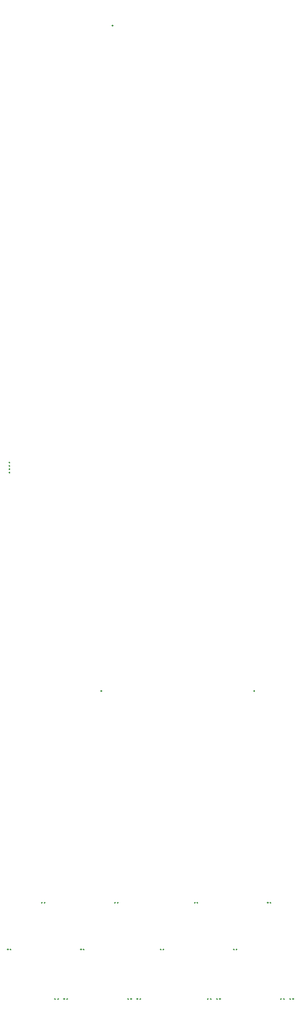
<source format=gbr>
%TF.GenerationSoftware,Altium Limited,Altium Designer,22.5.1 (42)*%
G04 Layer_Color=128*
%FSLAX26Y26*%
%MOIN*%
%TF.SameCoordinates,79F18A81-A5BF-4171-AD75-6FA3A7A6B408*%
%TF.FilePolarity,Positive*%
%TF.FileFunction,Drillmap*%
%TF.Part,Single*%
G01*
G75*
%TA.AperFunction,NonConductor*%
%ADD174C,0.005000*%
D174*
X7799213Y11160433D02*
X7803150D01*
X7801181Y11158465D02*
Y11162402D01*
X7187992Y8513779D02*
X7191929D01*
X7189961Y8511811D02*
Y8515748D01*
X7187992Y8533465D02*
X7191929D01*
X7189961Y8531496D02*
Y8535433D01*
X7187992Y8553149D02*
X7191929D01*
X7189961Y8551181D02*
Y8555118D01*
X7187992Y8572835D02*
X7191929D01*
X7189961Y8570866D02*
Y8574803D01*
X8638215Y7220053D02*
X8642152D01*
X8640184Y7218084D02*
Y7222021D01*
X7732703Y7220053D02*
X7736640D01*
X7734672Y7218084D02*
Y7222021D01*
X7179626Y5688976D02*
X7183563D01*
X7181595Y5687008D02*
Y5690945D01*
X7195374Y5688976D02*
X7199311D01*
X7197343Y5687008D02*
Y5690945D01*
X7612697Y5688976D02*
X7616634D01*
X7614666Y5687008D02*
Y5690945D01*
X7628445Y5688976D02*
X7632382D01*
X7630413Y5687008D02*
Y5690945D01*
X8085138Y5688976D02*
X8089075D01*
X8087106Y5687008D02*
Y5690945D01*
X8100886Y5688976D02*
X8104823D01*
X8102854Y5687008D02*
Y5690945D01*
X7396654Y5965551D02*
X7400591D01*
X7398622Y5963583D02*
Y5967520D01*
X7380905Y5965551D02*
X7384842D01*
X7382874Y5963583D02*
Y5967520D01*
X7829724Y5965551D02*
X7833661D01*
X7831693Y5963583D02*
Y5967520D01*
X7813976Y5965551D02*
X7817913D01*
X7815945Y5963583D02*
Y5967520D01*
X8286417Y5965551D02*
X8290354D01*
X8288386Y5963583D02*
Y5967520D01*
X8302165Y5965551D02*
X8306102D01*
X8304134Y5963583D02*
Y5967520D01*
X8533957Y5688976D02*
X8537894D01*
X8535925Y5687008D02*
Y5690945D01*
X8518209Y5688976D02*
X8522146D01*
X8520177Y5687008D02*
Y5690945D01*
X8735236Y5965551D02*
X8739173D01*
X8737205Y5963583D02*
Y5967520D01*
X8719488Y5965551D02*
X8723425D01*
X8721457Y5963583D02*
Y5967520D01*
X8814961Y5395669D02*
X8818898D01*
X8816929Y5393701D02*
Y5397638D01*
X8797047Y5395669D02*
X8800984D01*
X8799016Y5393701D02*
Y5397638D01*
X8851280Y5395669D02*
X8855217D01*
X8853248Y5393701D02*
Y5397638D01*
X8869193Y5395669D02*
X8873130D01*
X8871162Y5393701D02*
Y5397638D01*
X8381890Y5395669D02*
X8385827D01*
X8383858Y5393701D02*
Y5397638D01*
X8363976Y5395669D02*
X8367913D01*
X8365945Y5393701D02*
Y5397638D01*
X8418209Y5395669D02*
X8422146D01*
X8420177Y5393701D02*
Y5397638D01*
X8436122Y5395669D02*
X8440059D01*
X8438091Y5393701D02*
Y5397638D01*
X7909449Y5395669D02*
X7913386D01*
X7911417Y5393701D02*
Y5397638D01*
X7891535Y5395669D02*
X7895472D01*
X7893504Y5393701D02*
Y5397638D01*
X7945768Y5395669D02*
X7949705D01*
X7947736Y5393701D02*
Y5397638D01*
X7963681Y5395669D02*
X7967618D01*
X7965650Y5393701D02*
Y5397638D01*
X7530610Y5395669D02*
X7534547D01*
X7532579Y5393701D02*
Y5397638D01*
X7512697Y5395669D02*
X7516634D01*
X7514665Y5393701D02*
Y5397638D01*
X7458464Y5395669D02*
X7462401D01*
X7460433Y5393701D02*
Y5397638D01*
X7476378Y5395669D02*
X7480315D01*
X7478346Y5393701D02*
Y5397638D01*
%TF.MD5,9ecb2ae5c791ab7073012126b613395a*%
M02*

</source>
